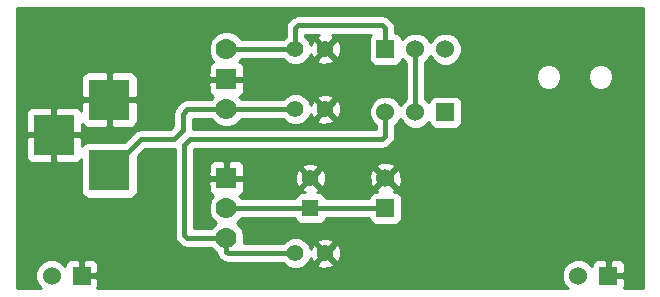
<source format=gbl>
G04 (created by PCBNEW-RS274X (2011-nov-30)-stable) date Mit 25 Apr 2012 20:51:04 CEST*
G01*
G70*
G90*
%MOIN*%
G04 Gerber Fmt 3.4, Leading zero omitted, Abs format*
%FSLAX34Y34*%
G04 APERTURE LIST*
%ADD10C,0.001000*%
%ADD11C,0.070000*%
%ADD12R,0.070000X0.070000*%
%ADD13R,0.060000X0.060000*%
%ADD14C,0.060000*%
%ADD15C,0.055000*%
%ADD16R,0.055000X0.055000*%
%ADD17R,0.137800X0.137800*%
%ADD18C,0.016000*%
%ADD19C,0.010000*%
G04 APERTURE END LIST*
G54D10*
G54D11*
X55300Y-38000D03*
X55300Y-37000D03*
G54D12*
X55300Y-36000D03*
G54D13*
X60600Y-31700D03*
G54D14*
X61600Y-31700D03*
X62600Y-31700D03*
G54D13*
X62600Y-33800D03*
G54D14*
X61600Y-33800D03*
X60600Y-33800D03*
G54D13*
X50469Y-39252D03*
G54D14*
X49469Y-39252D03*
G54D13*
X68028Y-39252D03*
G54D14*
X67028Y-39252D03*
G54D11*
X55300Y-33700D03*
G54D12*
X55300Y-32700D03*
G54D11*
X55300Y-31700D03*
G54D15*
X57600Y-33700D03*
X58600Y-33700D03*
X57600Y-38500D03*
X58600Y-38500D03*
X57600Y-31700D03*
X58600Y-31700D03*
G54D16*
X58100Y-37000D03*
G54D15*
X58100Y-36000D03*
G54D13*
X60600Y-37000D03*
G54D14*
X60600Y-36000D03*
G54D17*
X51400Y-35741D03*
X51400Y-33379D03*
X49550Y-34560D03*
G54D18*
X55300Y-37000D02*
X58100Y-37000D01*
X58100Y-37000D02*
X60600Y-37000D01*
X54100Y-34700D02*
X60500Y-34700D01*
X55300Y-38000D02*
X54000Y-38000D01*
X53900Y-37900D02*
X53900Y-34900D01*
X55300Y-38000D02*
X55300Y-38450D01*
X60500Y-34700D02*
X60600Y-34600D01*
X53900Y-34900D02*
X54100Y-34700D01*
X60600Y-34600D02*
X60600Y-33800D01*
X54000Y-38000D02*
X53900Y-37900D01*
X55350Y-38500D02*
X57600Y-38500D01*
X55300Y-38450D02*
X55350Y-38500D01*
X61600Y-31700D02*
X61600Y-33800D01*
X57700Y-30900D02*
X60500Y-30900D01*
X60600Y-31000D02*
X60600Y-31700D01*
X60500Y-30900D02*
X60600Y-31000D01*
X57600Y-31000D02*
X57700Y-30900D01*
X57600Y-31700D02*
X57600Y-31000D01*
X55300Y-31700D02*
X57600Y-31700D01*
X55300Y-33700D02*
X54000Y-33700D01*
X52441Y-34700D02*
X51400Y-35741D01*
X53550Y-34700D02*
X52441Y-34700D01*
X53850Y-34400D02*
X53550Y-34700D01*
X53850Y-33850D02*
X53850Y-34400D01*
X54000Y-33700D02*
X53850Y-33850D01*
X55300Y-33700D02*
X57600Y-33700D01*
G54D10*
G36*
X69175Y-39675D02*
X68546Y-39675D01*
X68577Y-39602D01*
X68577Y-39503D01*
X68578Y-39364D01*
X68578Y-39140D01*
X68577Y-39001D01*
X68577Y-38902D01*
X68539Y-38811D01*
X68469Y-38741D01*
X68377Y-38703D01*
X68191Y-38702D01*
X68191Y-32704D01*
X68191Y-32534D01*
X68126Y-32377D01*
X68007Y-32257D01*
X67850Y-32191D01*
X67680Y-32191D01*
X67523Y-32256D01*
X67403Y-32375D01*
X67337Y-32532D01*
X67337Y-32702D01*
X67402Y-32859D01*
X67521Y-32979D01*
X67678Y-33045D01*
X67848Y-33045D01*
X68005Y-32980D01*
X68125Y-32861D01*
X68191Y-32704D01*
X68191Y-38702D01*
X68140Y-38702D01*
X68078Y-38764D01*
X68078Y-39202D01*
X68516Y-39202D01*
X68578Y-39140D01*
X68578Y-39364D01*
X68516Y-39302D01*
X68128Y-39302D01*
X68078Y-39302D01*
X67978Y-39302D01*
X67978Y-39202D01*
X67978Y-39152D01*
X67978Y-38764D01*
X67916Y-38702D01*
X67679Y-38703D01*
X67587Y-38741D01*
X67517Y-38811D01*
X67479Y-38902D01*
X67479Y-38927D01*
X67339Y-38787D01*
X67137Y-38703D01*
X66919Y-38703D01*
X66717Y-38787D01*
X66563Y-38941D01*
X66479Y-39143D01*
X66479Y-39361D01*
X66563Y-39563D01*
X66675Y-39675D01*
X66459Y-39675D01*
X66459Y-32704D01*
X66459Y-32534D01*
X66394Y-32377D01*
X66275Y-32257D01*
X66118Y-32191D01*
X65948Y-32191D01*
X65791Y-32256D01*
X65671Y-32375D01*
X65605Y-32532D01*
X65605Y-32702D01*
X65670Y-32859D01*
X65789Y-32979D01*
X65946Y-33045D01*
X66116Y-33045D01*
X66273Y-32980D01*
X66393Y-32861D01*
X66459Y-32704D01*
X66459Y-39675D01*
X63149Y-39675D01*
X63149Y-34150D01*
X63149Y-34051D01*
X63149Y-33451D01*
X63111Y-33359D01*
X63041Y-33289D01*
X62950Y-33251D01*
X62851Y-33251D01*
X62251Y-33251D01*
X62159Y-33289D01*
X62089Y-33359D01*
X62051Y-33450D01*
X62051Y-33475D01*
X61930Y-33354D01*
X61930Y-32146D01*
X62065Y-32011D01*
X62100Y-31926D01*
X62135Y-32011D01*
X62289Y-32165D01*
X62491Y-32249D01*
X62709Y-32249D01*
X62911Y-32165D01*
X63065Y-32011D01*
X63149Y-31809D01*
X63149Y-31591D01*
X63065Y-31389D01*
X62911Y-31235D01*
X62709Y-31151D01*
X62491Y-31151D01*
X62289Y-31235D01*
X62135Y-31389D01*
X62100Y-31473D01*
X62065Y-31389D01*
X61911Y-31235D01*
X61709Y-31151D01*
X61491Y-31151D01*
X61289Y-31235D01*
X61149Y-31375D01*
X61149Y-31351D01*
X61111Y-31259D01*
X61041Y-31189D01*
X60950Y-31151D01*
X60930Y-31151D01*
X60930Y-31000D01*
X60905Y-30874D01*
X60904Y-30873D01*
X60880Y-30838D01*
X60833Y-30767D01*
X60833Y-30766D01*
X60733Y-30667D01*
X60627Y-30595D01*
X60500Y-30570D01*
X57700Y-30570D01*
X57574Y-30595D01*
X57538Y-30619D01*
X57466Y-30667D01*
X57367Y-30767D01*
X57295Y-30873D01*
X57270Y-31000D01*
X57270Y-31287D01*
X57187Y-31370D01*
X55811Y-31370D01*
X55808Y-31361D01*
X55639Y-31192D01*
X55419Y-31101D01*
X55181Y-31101D01*
X54961Y-31192D01*
X54792Y-31361D01*
X54701Y-31581D01*
X54701Y-31819D01*
X54792Y-32039D01*
X54867Y-32114D01*
X54809Y-32139D01*
X54739Y-32209D01*
X54701Y-32300D01*
X54701Y-32399D01*
X54700Y-32588D01*
X54762Y-32650D01*
X55200Y-32650D01*
X55250Y-32650D01*
X55350Y-32650D01*
X55400Y-32650D01*
X55838Y-32650D01*
X55900Y-32588D01*
X55899Y-32399D01*
X55899Y-32300D01*
X55861Y-32209D01*
X55791Y-32139D01*
X55732Y-32114D01*
X55808Y-32039D01*
X55811Y-32030D01*
X57187Y-32030D01*
X57302Y-32145D01*
X57495Y-32225D01*
X57704Y-32225D01*
X57897Y-32145D01*
X58045Y-31998D01*
X58103Y-31857D01*
X58148Y-31967D01*
X58239Y-31990D01*
X58529Y-31700D01*
X58239Y-31410D01*
X58148Y-31433D01*
X58106Y-31551D01*
X58045Y-31403D01*
X57930Y-31287D01*
X57930Y-31230D01*
X58377Y-31230D01*
X58333Y-31248D01*
X58310Y-31339D01*
X58600Y-31629D01*
X58890Y-31339D01*
X58867Y-31248D01*
X58815Y-31230D01*
X60118Y-31230D01*
X60089Y-31259D01*
X60051Y-31350D01*
X60051Y-31449D01*
X60051Y-32049D01*
X60089Y-32141D01*
X60159Y-32211D01*
X60250Y-32249D01*
X60349Y-32249D01*
X60949Y-32249D01*
X61041Y-32211D01*
X61111Y-32141D01*
X61149Y-32050D01*
X61149Y-32025D01*
X61270Y-32146D01*
X61270Y-33354D01*
X61135Y-33489D01*
X61100Y-33573D01*
X61065Y-33489D01*
X60911Y-33335D01*
X60709Y-33251D01*
X60491Y-33251D01*
X60289Y-33335D01*
X60135Y-33489D01*
X60051Y-33691D01*
X60051Y-33909D01*
X60135Y-34111D01*
X60270Y-34246D01*
X60270Y-34370D01*
X59119Y-34370D01*
X59119Y-33774D01*
X59119Y-31774D01*
X59108Y-31570D01*
X59052Y-31433D01*
X58961Y-31410D01*
X58671Y-31700D01*
X58961Y-31990D01*
X59052Y-31967D01*
X59119Y-31774D01*
X59119Y-33774D01*
X59108Y-33570D01*
X59052Y-33433D01*
X58961Y-33410D01*
X58890Y-33481D01*
X58890Y-33339D01*
X58890Y-32061D01*
X58600Y-31771D01*
X58310Y-32061D01*
X58333Y-32152D01*
X58526Y-32219D01*
X58730Y-32208D01*
X58867Y-32152D01*
X58890Y-32061D01*
X58890Y-33339D01*
X58867Y-33248D01*
X58674Y-33181D01*
X58470Y-33192D01*
X58333Y-33248D01*
X58310Y-33339D01*
X58600Y-33629D01*
X58890Y-33339D01*
X58890Y-33481D01*
X58671Y-33700D01*
X58961Y-33990D01*
X59052Y-33967D01*
X59119Y-33774D01*
X59119Y-34370D01*
X58890Y-34370D01*
X58890Y-34061D01*
X58600Y-33771D01*
X58310Y-34061D01*
X58333Y-34152D01*
X58526Y-34219D01*
X58730Y-34208D01*
X58867Y-34152D01*
X58890Y-34061D01*
X58890Y-34370D01*
X54180Y-34370D01*
X54180Y-34030D01*
X54788Y-34030D01*
X54792Y-34039D01*
X54961Y-34208D01*
X55181Y-34299D01*
X55419Y-34299D01*
X55639Y-34208D01*
X55808Y-34039D01*
X55811Y-34030D01*
X57187Y-34030D01*
X57302Y-34145D01*
X57495Y-34225D01*
X57704Y-34225D01*
X57897Y-34145D01*
X58045Y-33998D01*
X58103Y-33857D01*
X58148Y-33967D01*
X58239Y-33990D01*
X58529Y-33700D01*
X58239Y-33410D01*
X58148Y-33433D01*
X58106Y-33551D01*
X58045Y-33403D01*
X57898Y-33255D01*
X57705Y-33175D01*
X57496Y-33175D01*
X57303Y-33255D01*
X57187Y-33370D01*
X55811Y-33370D01*
X55808Y-33361D01*
X55732Y-33285D01*
X55791Y-33261D01*
X55861Y-33191D01*
X55899Y-33100D01*
X55899Y-33001D01*
X55900Y-32812D01*
X55838Y-32750D01*
X55400Y-32750D01*
X55350Y-32750D01*
X55250Y-32750D01*
X55200Y-32750D01*
X54762Y-32750D01*
X54700Y-32812D01*
X54701Y-33001D01*
X54701Y-33100D01*
X54739Y-33191D01*
X54809Y-33261D01*
X54867Y-33285D01*
X54792Y-33361D01*
X54788Y-33370D01*
X54000Y-33370D01*
X53894Y-33391D01*
X53873Y-33395D01*
X53767Y-33467D01*
X53617Y-33617D01*
X53545Y-33723D01*
X53520Y-33850D01*
X53520Y-34263D01*
X53413Y-34370D01*
X52441Y-34370D01*
X52339Y-34390D01*
X52339Y-33491D01*
X52339Y-33267D01*
X52338Y-32641D01*
X52300Y-32549D01*
X52230Y-32479D01*
X52139Y-32441D01*
X52040Y-32441D01*
X51512Y-32440D01*
X51450Y-32502D01*
X51450Y-33329D01*
X52277Y-33329D01*
X52339Y-33267D01*
X52339Y-33491D01*
X52277Y-33429D01*
X51450Y-33429D01*
X51450Y-34256D01*
X51512Y-34318D01*
X52040Y-34317D01*
X52139Y-34317D01*
X52230Y-34279D01*
X52300Y-34209D01*
X52338Y-34117D01*
X52339Y-33491D01*
X52339Y-34390D01*
X52335Y-34391D01*
X52314Y-34395D01*
X52208Y-34467D01*
X51872Y-34803D01*
X51350Y-34803D01*
X51350Y-34256D01*
X51350Y-33429D01*
X51350Y-33329D01*
X51350Y-32502D01*
X51288Y-32440D01*
X50760Y-32441D01*
X50661Y-32441D01*
X50570Y-32479D01*
X50500Y-32549D01*
X50462Y-32641D01*
X50461Y-33267D01*
X50523Y-33329D01*
X51350Y-33329D01*
X51350Y-33429D01*
X50523Y-33429D01*
X50461Y-33491D01*
X50461Y-33757D01*
X50450Y-33730D01*
X50380Y-33660D01*
X50289Y-33622D01*
X50190Y-33622D01*
X49662Y-33621D01*
X49600Y-33683D01*
X49600Y-34510D01*
X50427Y-34510D01*
X50489Y-34448D01*
X50488Y-34181D01*
X50500Y-34209D01*
X50570Y-34279D01*
X50661Y-34317D01*
X50760Y-34317D01*
X51288Y-34318D01*
X51350Y-34256D01*
X51350Y-34803D01*
X50662Y-34803D01*
X50570Y-34841D01*
X50500Y-34911D01*
X50488Y-34938D01*
X50489Y-34672D01*
X50427Y-34610D01*
X49600Y-34610D01*
X49600Y-35437D01*
X49662Y-35499D01*
X50190Y-35498D01*
X50289Y-35498D01*
X50380Y-35460D01*
X50450Y-35390D01*
X50462Y-35360D01*
X50462Y-36479D01*
X50500Y-36571D01*
X50570Y-36641D01*
X50661Y-36679D01*
X50760Y-36679D01*
X52138Y-36679D01*
X52230Y-36641D01*
X52300Y-36571D01*
X52338Y-36480D01*
X52338Y-36381D01*
X52338Y-35269D01*
X52577Y-35030D01*
X53550Y-35030D01*
X53570Y-35026D01*
X53570Y-37900D01*
X53595Y-38027D01*
X53667Y-38133D01*
X53766Y-38233D01*
X53767Y-38233D01*
X53838Y-38280D01*
X53873Y-38304D01*
X53874Y-38305D01*
X54000Y-38330D01*
X54788Y-38330D01*
X54792Y-38339D01*
X54961Y-38508D01*
X54983Y-38517D01*
X54995Y-38577D01*
X55067Y-38683D01*
X55116Y-38733D01*
X55117Y-38733D01*
X55188Y-38780D01*
X55223Y-38804D01*
X55224Y-38805D01*
X55349Y-38829D01*
X55350Y-38830D01*
X57187Y-38830D01*
X57302Y-38945D01*
X57495Y-39025D01*
X57704Y-39025D01*
X57897Y-38945D01*
X58045Y-38798D01*
X58103Y-38657D01*
X58148Y-38767D01*
X58239Y-38790D01*
X58529Y-38500D01*
X58239Y-38210D01*
X58148Y-38233D01*
X58106Y-38351D01*
X58045Y-38203D01*
X57898Y-38055D01*
X57705Y-37975D01*
X57496Y-37975D01*
X57303Y-38055D01*
X57187Y-38170D01*
X55877Y-38170D01*
X55899Y-38119D01*
X55899Y-37881D01*
X55808Y-37661D01*
X55647Y-37500D01*
X55808Y-37339D01*
X55811Y-37330D01*
X57578Y-37330D01*
X57614Y-37416D01*
X57684Y-37486D01*
X57775Y-37524D01*
X57874Y-37524D01*
X58424Y-37524D01*
X58516Y-37486D01*
X58586Y-37416D01*
X58621Y-37330D01*
X60051Y-37330D01*
X60051Y-37349D01*
X60089Y-37441D01*
X60159Y-37511D01*
X60250Y-37549D01*
X60349Y-37549D01*
X60949Y-37549D01*
X61041Y-37511D01*
X61111Y-37441D01*
X61149Y-37350D01*
X61149Y-37251D01*
X61149Y-36651D01*
X61143Y-36636D01*
X61143Y-36079D01*
X61132Y-35866D01*
X61072Y-35719D01*
X60978Y-35692D01*
X60908Y-35762D01*
X60908Y-35622D01*
X60881Y-35528D01*
X60679Y-35457D01*
X60466Y-35468D01*
X60319Y-35528D01*
X60292Y-35622D01*
X60600Y-35929D01*
X60908Y-35622D01*
X60908Y-35762D01*
X60671Y-36000D01*
X60978Y-36308D01*
X61072Y-36281D01*
X61143Y-36079D01*
X61143Y-36636D01*
X61111Y-36559D01*
X61041Y-36489D01*
X60950Y-36451D01*
X60887Y-36451D01*
X60908Y-36378D01*
X60600Y-36071D01*
X60529Y-36141D01*
X60529Y-36000D01*
X60222Y-35692D01*
X60128Y-35719D01*
X60057Y-35921D01*
X60068Y-36134D01*
X60128Y-36281D01*
X60222Y-36308D01*
X60529Y-36000D01*
X60529Y-36141D01*
X60292Y-36378D01*
X60312Y-36451D01*
X60251Y-36451D01*
X60159Y-36489D01*
X60089Y-36559D01*
X60051Y-36650D01*
X60051Y-36670D01*
X58621Y-36670D01*
X58619Y-36665D01*
X58619Y-36074D01*
X58608Y-35870D01*
X58552Y-35733D01*
X58461Y-35710D01*
X58390Y-35781D01*
X58390Y-35639D01*
X58367Y-35548D01*
X58174Y-35481D01*
X57970Y-35492D01*
X57833Y-35548D01*
X57810Y-35639D01*
X58100Y-35929D01*
X58390Y-35639D01*
X58390Y-35781D01*
X58171Y-36000D01*
X58461Y-36290D01*
X58552Y-36267D01*
X58619Y-36074D01*
X58619Y-36665D01*
X58586Y-36584D01*
X58516Y-36514D01*
X58425Y-36476D01*
X58326Y-36476D01*
X58308Y-36476D01*
X58367Y-36452D01*
X58390Y-36361D01*
X58100Y-36071D01*
X58029Y-36142D01*
X58029Y-36000D01*
X57739Y-35710D01*
X57648Y-35733D01*
X57581Y-35926D01*
X57592Y-36130D01*
X57648Y-36267D01*
X57739Y-36290D01*
X58029Y-36000D01*
X58029Y-36142D01*
X57810Y-36361D01*
X57833Y-36452D01*
X57902Y-36476D01*
X57776Y-36476D01*
X57684Y-36514D01*
X57614Y-36584D01*
X57578Y-36670D01*
X55811Y-36670D01*
X55808Y-36661D01*
X55732Y-36585D01*
X55791Y-36561D01*
X55861Y-36491D01*
X55899Y-36400D01*
X55899Y-36301D01*
X55900Y-36112D01*
X55900Y-35888D01*
X55899Y-35699D01*
X55899Y-35600D01*
X55861Y-35509D01*
X55791Y-35439D01*
X55699Y-35401D01*
X55412Y-35400D01*
X55350Y-35462D01*
X55350Y-35950D01*
X55838Y-35950D01*
X55900Y-35888D01*
X55900Y-36112D01*
X55838Y-36050D01*
X55400Y-36050D01*
X55350Y-36050D01*
X55250Y-36050D01*
X55250Y-35950D01*
X55250Y-35462D01*
X55188Y-35400D01*
X54901Y-35401D01*
X54809Y-35439D01*
X54739Y-35509D01*
X54701Y-35600D01*
X54701Y-35699D01*
X54700Y-35888D01*
X54762Y-35950D01*
X55250Y-35950D01*
X55250Y-36050D01*
X55200Y-36050D01*
X54762Y-36050D01*
X54700Y-36112D01*
X54701Y-36301D01*
X54701Y-36400D01*
X54739Y-36491D01*
X54809Y-36561D01*
X54867Y-36585D01*
X54792Y-36661D01*
X54701Y-36881D01*
X54701Y-37119D01*
X54792Y-37339D01*
X54953Y-37500D01*
X54792Y-37661D01*
X54788Y-37670D01*
X54230Y-37670D01*
X54230Y-35036D01*
X54236Y-35030D01*
X60500Y-35030D01*
X60626Y-35005D01*
X60627Y-35005D01*
X60733Y-34933D01*
X60833Y-34834D01*
X60833Y-34833D01*
X60880Y-34762D01*
X60904Y-34727D01*
X60905Y-34726D01*
X60929Y-34600D01*
X60930Y-34600D01*
X60930Y-34246D01*
X61065Y-34111D01*
X61100Y-34026D01*
X61135Y-34111D01*
X61289Y-34265D01*
X61491Y-34349D01*
X61709Y-34349D01*
X61911Y-34265D01*
X62051Y-34125D01*
X62051Y-34149D01*
X62089Y-34241D01*
X62159Y-34311D01*
X62250Y-34349D01*
X62349Y-34349D01*
X62949Y-34349D01*
X63041Y-34311D01*
X63111Y-34241D01*
X63149Y-34150D01*
X63149Y-39675D01*
X59119Y-39675D01*
X59119Y-38574D01*
X59108Y-38370D01*
X59052Y-38233D01*
X58961Y-38210D01*
X58890Y-38281D01*
X58890Y-38139D01*
X58867Y-38048D01*
X58674Y-37981D01*
X58470Y-37992D01*
X58333Y-38048D01*
X58310Y-38139D01*
X58600Y-38429D01*
X58890Y-38139D01*
X58890Y-38281D01*
X58671Y-38500D01*
X58961Y-38790D01*
X59052Y-38767D01*
X59119Y-38574D01*
X59119Y-39675D01*
X58890Y-39675D01*
X58890Y-38861D01*
X58600Y-38571D01*
X58310Y-38861D01*
X58333Y-38952D01*
X58526Y-39019D01*
X58730Y-39008D01*
X58867Y-38952D01*
X58890Y-38861D01*
X58890Y-39675D01*
X50987Y-39675D01*
X51018Y-39602D01*
X51018Y-39503D01*
X51019Y-39364D01*
X51019Y-39140D01*
X51018Y-39001D01*
X51018Y-38902D01*
X50980Y-38811D01*
X50910Y-38741D01*
X50818Y-38703D01*
X50581Y-38702D01*
X50519Y-38764D01*
X50519Y-39202D01*
X50957Y-39202D01*
X51019Y-39140D01*
X51019Y-39364D01*
X50957Y-39302D01*
X50569Y-39302D01*
X50519Y-39302D01*
X50419Y-39302D01*
X50419Y-39202D01*
X50419Y-39152D01*
X50419Y-38764D01*
X50357Y-38702D01*
X50120Y-38703D01*
X50028Y-38741D01*
X49958Y-38811D01*
X49920Y-38902D01*
X49920Y-38927D01*
X49780Y-38787D01*
X49578Y-38703D01*
X49500Y-38703D01*
X49500Y-35437D01*
X49500Y-34610D01*
X49500Y-34510D01*
X49500Y-33683D01*
X49438Y-33621D01*
X48910Y-33622D01*
X48811Y-33622D01*
X48720Y-33660D01*
X48650Y-33730D01*
X48612Y-33822D01*
X48611Y-34448D01*
X48673Y-34510D01*
X49500Y-34510D01*
X49500Y-34610D01*
X48673Y-34610D01*
X48611Y-34672D01*
X48612Y-35298D01*
X48650Y-35390D01*
X48720Y-35460D01*
X48811Y-35498D01*
X48910Y-35498D01*
X49438Y-35499D01*
X49500Y-35437D01*
X49500Y-38703D01*
X49360Y-38703D01*
X49158Y-38787D01*
X49004Y-38941D01*
X48920Y-39143D01*
X48920Y-39361D01*
X49004Y-39563D01*
X49116Y-39675D01*
X48325Y-39675D01*
X48325Y-30325D01*
X69175Y-30325D01*
X69175Y-39675D01*
X69175Y-39675D01*
G37*
G54D19*
X69175Y-39675D02*
X68546Y-39675D01*
X68577Y-39602D01*
X68577Y-39503D01*
X68578Y-39364D01*
X68578Y-39140D01*
X68577Y-39001D01*
X68577Y-38902D01*
X68539Y-38811D01*
X68469Y-38741D01*
X68377Y-38703D01*
X68191Y-38702D01*
X68191Y-32704D01*
X68191Y-32534D01*
X68126Y-32377D01*
X68007Y-32257D01*
X67850Y-32191D01*
X67680Y-32191D01*
X67523Y-32256D01*
X67403Y-32375D01*
X67337Y-32532D01*
X67337Y-32702D01*
X67402Y-32859D01*
X67521Y-32979D01*
X67678Y-33045D01*
X67848Y-33045D01*
X68005Y-32980D01*
X68125Y-32861D01*
X68191Y-32704D01*
X68191Y-38702D01*
X68140Y-38702D01*
X68078Y-38764D01*
X68078Y-39202D01*
X68516Y-39202D01*
X68578Y-39140D01*
X68578Y-39364D01*
X68516Y-39302D01*
X68128Y-39302D01*
X68078Y-39302D01*
X67978Y-39302D01*
X67978Y-39202D01*
X67978Y-39152D01*
X67978Y-38764D01*
X67916Y-38702D01*
X67679Y-38703D01*
X67587Y-38741D01*
X67517Y-38811D01*
X67479Y-38902D01*
X67479Y-38927D01*
X67339Y-38787D01*
X67137Y-38703D01*
X66919Y-38703D01*
X66717Y-38787D01*
X66563Y-38941D01*
X66479Y-39143D01*
X66479Y-39361D01*
X66563Y-39563D01*
X66675Y-39675D01*
X66459Y-39675D01*
X66459Y-32704D01*
X66459Y-32534D01*
X66394Y-32377D01*
X66275Y-32257D01*
X66118Y-32191D01*
X65948Y-32191D01*
X65791Y-32256D01*
X65671Y-32375D01*
X65605Y-32532D01*
X65605Y-32702D01*
X65670Y-32859D01*
X65789Y-32979D01*
X65946Y-33045D01*
X66116Y-33045D01*
X66273Y-32980D01*
X66393Y-32861D01*
X66459Y-32704D01*
X66459Y-39675D01*
X63149Y-39675D01*
X63149Y-34150D01*
X63149Y-34051D01*
X63149Y-33451D01*
X63111Y-33359D01*
X63041Y-33289D01*
X62950Y-33251D01*
X62851Y-33251D01*
X62251Y-33251D01*
X62159Y-33289D01*
X62089Y-33359D01*
X62051Y-33450D01*
X62051Y-33475D01*
X61930Y-33354D01*
X61930Y-32146D01*
X62065Y-32011D01*
X62100Y-31926D01*
X62135Y-32011D01*
X62289Y-32165D01*
X62491Y-32249D01*
X62709Y-32249D01*
X62911Y-32165D01*
X63065Y-32011D01*
X63149Y-31809D01*
X63149Y-31591D01*
X63065Y-31389D01*
X62911Y-31235D01*
X62709Y-31151D01*
X62491Y-31151D01*
X62289Y-31235D01*
X62135Y-31389D01*
X62100Y-31473D01*
X62065Y-31389D01*
X61911Y-31235D01*
X61709Y-31151D01*
X61491Y-31151D01*
X61289Y-31235D01*
X61149Y-31375D01*
X61149Y-31351D01*
X61111Y-31259D01*
X61041Y-31189D01*
X60950Y-31151D01*
X60930Y-31151D01*
X60930Y-31000D01*
X60905Y-30874D01*
X60904Y-30873D01*
X60880Y-30838D01*
X60833Y-30767D01*
X60833Y-30766D01*
X60733Y-30667D01*
X60627Y-30595D01*
X60500Y-30570D01*
X57700Y-30570D01*
X57574Y-30595D01*
X57538Y-30619D01*
X57466Y-30667D01*
X57367Y-30767D01*
X57295Y-30873D01*
X57270Y-31000D01*
X57270Y-31287D01*
X57187Y-31370D01*
X55811Y-31370D01*
X55808Y-31361D01*
X55639Y-31192D01*
X55419Y-31101D01*
X55181Y-31101D01*
X54961Y-31192D01*
X54792Y-31361D01*
X54701Y-31581D01*
X54701Y-31819D01*
X54792Y-32039D01*
X54867Y-32114D01*
X54809Y-32139D01*
X54739Y-32209D01*
X54701Y-32300D01*
X54701Y-32399D01*
X54700Y-32588D01*
X54762Y-32650D01*
X55200Y-32650D01*
X55250Y-32650D01*
X55350Y-32650D01*
X55400Y-32650D01*
X55838Y-32650D01*
X55900Y-32588D01*
X55899Y-32399D01*
X55899Y-32300D01*
X55861Y-32209D01*
X55791Y-32139D01*
X55732Y-32114D01*
X55808Y-32039D01*
X55811Y-32030D01*
X57187Y-32030D01*
X57302Y-32145D01*
X57495Y-32225D01*
X57704Y-32225D01*
X57897Y-32145D01*
X58045Y-31998D01*
X58103Y-31857D01*
X58148Y-31967D01*
X58239Y-31990D01*
X58529Y-31700D01*
X58239Y-31410D01*
X58148Y-31433D01*
X58106Y-31551D01*
X58045Y-31403D01*
X57930Y-31287D01*
X57930Y-31230D01*
X58377Y-31230D01*
X58333Y-31248D01*
X58310Y-31339D01*
X58600Y-31629D01*
X58890Y-31339D01*
X58867Y-31248D01*
X58815Y-31230D01*
X60118Y-31230D01*
X60089Y-31259D01*
X60051Y-31350D01*
X60051Y-31449D01*
X60051Y-32049D01*
X60089Y-32141D01*
X60159Y-32211D01*
X60250Y-32249D01*
X60349Y-32249D01*
X60949Y-32249D01*
X61041Y-32211D01*
X61111Y-32141D01*
X61149Y-32050D01*
X61149Y-32025D01*
X61270Y-32146D01*
X61270Y-33354D01*
X61135Y-33489D01*
X61100Y-33573D01*
X61065Y-33489D01*
X60911Y-33335D01*
X60709Y-33251D01*
X60491Y-33251D01*
X60289Y-33335D01*
X60135Y-33489D01*
X60051Y-33691D01*
X60051Y-33909D01*
X60135Y-34111D01*
X60270Y-34246D01*
X60270Y-34370D01*
X59119Y-34370D01*
X59119Y-33774D01*
X59119Y-31774D01*
X59108Y-31570D01*
X59052Y-31433D01*
X58961Y-31410D01*
X58671Y-31700D01*
X58961Y-31990D01*
X59052Y-31967D01*
X59119Y-31774D01*
X59119Y-33774D01*
X59108Y-33570D01*
X59052Y-33433D01*
X58961Y-33410D01*
X58890Y-33481D01*
X58890Y-33339D01*
X58890Y-32061D01*
X58600Y-31771D01*
X58310Y-32061D01*
X58333Y-32152D01*
X58526Y-32219D01*
X58730Y-32208D01*
X58867Y-32152D01*
X58890Y-32061D01*
X58890Y-33339D01*
X58867Y-33248D01*
X58674Y-33181D01*
X58470Y-33192D01*
X58333Y-33248D01*
X58310Y-33339D01*
X58600Y-33629D01*
X58890Y-33339D01*
X58890Y-33481D01*
X58671Y-33700D01*
X58961Y-33990D01*
X59052Y-33967D01*
X59119Y-33774D01*
X59119Y-34370D01*
X58890Y-34370D01*
X58890Y-34061D01*
X58600Y-33771D01*
X58310Y-34061D01*
X58333Y-34152D01*
X58526Y-34219D01*
X58730Y-34208D01*
X58867Y-34152D01*
X58890Y-34061D01*
X58890Y-34370D01*
X54180Y-34370D01*
X54180Y-34030D01*
X54788Y-34030D01*
X54792Y-34039D01*
X54961Y-34208D01*
X55181Y-34299D01*
X55419Y-34299D01*
X55639Y-34208D01*
X55808Y-34039D01*
X55811Y-34030D01*
X57187Y-34030D01*
X57302Y-34145D01*
X57495Y-34225D01*
X57704Y-34225D01*
X57897Y-34145D01*
X58045Y-33998D01*
X58103Y-33857D01*
X58148Y-33967D01*
X58239Y-33990D01*
X58529Y-33700D01*
X58239Y-33410D01*
X58148Y-33433D01*
X58106Y-33551D01*
X58045Y-33403D01*
X57898Y-33255D01*
X57705Y-33175D01*
X57496Y-33175D01*
X57303Y-33255D01*
X57187Y-33370D01*
X55811Y-33370D01*
X55808Y-33361D01*
X55732Y-33285D01*
X55791Y-33261D01*
X55861Y-33191D01*
X55899Y-33100D01*
X55899Y-33001D01*
X55900Y-32812D01*
X55838Y-32750D01*
X55400Y-32750D01*
X55350Y-32750D01*
X55250Y-32750D01*
X55200Y-32750D01*
X54762Y-32750D01*
X54700Y-32812D01*
X54701Y-33001D01*
X54701Y-33100D01*
X54739Y-33191D01*
X54809Y-33261D01*
X54867Y-33285D01*
X54792Y-33361D01*
X54788Y-33370D01*
X54000Y-33370D01*
X53894Y-33391D01*
X53873Y-33395D01*
X53767Y-33467D01*
X53617Y-33617D01*
X53545Y-33723D01*
X53520Y-33850D01*
X53520Y-34263D01*
X53413Y-34370D01*
X52441Y-34370D01*
X52339Y-34390D01*
X52339Y-33491D01*
X52339Y-33267D01*
X52338Y-32641D01*
X52300Y-32549D01*
X52230Y-32479D01*
X52139Y-32441D01*
X52040Y-32441D01*
X51512Y-32440D01*
X51450Y-32502D01*
X51450Y-33329D01*
X52277Y-33329D01*
X52339Y-33267D01*
X52339Y-33491D01*
X52277Y-33429D01*
X51450Y-33429D01*
X51450Y-34256D01*
X51512Y-34318D01*
X52040Y-34317D01*
X52139Y-34317D01*
X52230Y-34279D01*
X52300Y-34209D01*
X52338Y-34117D01*
X52339Y-33491D01*
X52339Y-34390D01*
X52335Y-34391D01*
X52314Y-34395D01*
X52208Y-34467D01*
X51872Y-34803D01*
X51350Y-34803D01*
X51350Y-34256D01*
X51350Y-33429D01*
X51350Y-33329D01*
X51350Y-32502D01*
X51288Y-32440D01*
X50760Y-32441D01*
X50661Y-32441D01*
X50570Y-32479D01*
X50500Y-32549D01*
X50462Y-32641D01*
X50461Y-33267D01*
X50523Y-33329D01*
X51350Y-33329D01*
X51350Y-33429D01*
X50523Y-33429D01*
X50461Y-33491D01*
X50461Y-33757D01*
X50450Y-33730D01*
X50380Y-33660D01*
X50289Y-33622D01*
X50190Y-33622D01*
X49662Y-33621D01*
X49600Y-33683D01*
X49600Y-34510D01*
X50427Y-34510D01*
X50489Y-34448D01*
X50488Y-34181D01*
X50500Y-34209D01*
X50570Y-34279D01*
X50661Y-34317D01*
X50760Y-34317D01*
X51288Y-34318D01*
X51350Y-34256D01*
X51350Y-34803D01*
X50662Y-34803D01*
X50570Y-34841D01*
X50500Y-34911D01*
X50488Y-34938D01*
X50489Y-34672D01*
X50427Y-34610D01*
X49600Y-34610D01*
X49600Y-35437D01*
X49662Y-35499D01*
X50190Y-35498D01*
X50289Y-35498D01*
X50380Y-35460D01*
X50450Y-35390D01*
X50462Y-35360D01*
X50462Y-36479D01*
X50500Y-36571D01*
X50570Y-36641D01*
X50661Y-36679D01*
X50760Y-36679D01*
X52138Y-36679D01*
X52230Y-36641D01*
X52300Y-36571D01*
X52338Y-36480D01*
X52338Y-36381D01*
X52338Y-35269D01*
X52577Y-35030D01*
X53550Y-35030D01*
X53570Y-35026D01*
X53570Y-37900D01*
X53595Y-38027D01*
X53667Y-38133D01*
X53766Y-38233D01*
X53767Y-38233D01*
X53838Y-38280D01*
X53873Y-38304D01*
X53874Y-38305D01*
X54000Y-38330D01*
X54788Y-38330D01*
X54792Y-38339D01*
X54961Y-38508D01*
X54983Y-38517D01*
X54995Y-38577D01*
X55067Y-38683D01*
X55116Y-38733D01*
X55117Y-38733D01*
X55188Y-38780D01*
X55223Y-38804D01*
X55224Y-38805D01*
X55349Y-38829D01*
X55350Y-38830D01*
X57187Y-38830D01*
X57302Y-38945D01*
X57495Y-39025D01*
X57704Y-39025D01*
X57897Y-38945D01*
X58045Y-38798D01*
X58103Y-38657D01*
X58148Y-38767D01*
X58239Y-38790D01*
X58529Y-38500D01*
X58239Y-38210D01*
X58148Y-38233D01*
X58106Y-38351D01*
X58045Y-38203D01*
X57898Y-38055D01*
X57705Y-37975D01*
X57496Y-37975D01*
X57303Y-38055D01*
X57187Y-38170D01*
X55877Y-38170D01*
X55899Y-38119D01*
X55899Y-37881D01*
X55808Y-37661D01*
X55647Y-37500D01*
X55808Y-37339D01*
X55811Y-37330D01*
X57578Y-37330D01*
X57614Y-37416D01*
X57684Y-37486D01*
X57775Y-37524D01*
X57874Y-37524D01*
X58424Y-37524D01*
X58516Y-37486D01*
X58586Y-37416D01*
X58621Y-37330D01*
X60051Y-37330D01*
X60051Y-37349D01*
X60089Y-37441D01*
X60159Y-37511D01*
X60250Y-37549D01*
X60349Y-37549D01*
X60949Y-37549D01*
X61041Y-37511D01*
X61111Y-37441D01*
X61149Y-37350D01*
X61149Y-37251D01*
X61149Y-36651D01*
X61143Y-36636D01*
X61143Y-36079D01*
X61132Y-35866D01*
X61072Y-35719D01*
X60978Y-35692D01*
X60908Y-35762D01*
X60908Y-35622D01*
X60881Y-35528D01*
X60679Y-35457D01*
X60466Y-35468D01*
X60319Y-35528D01*
X60292Y-35622D01*
X60600Y-35929D01*
X60908Y-35622D01*
X60908Y-35762D01*
X60671Y-36000D01*
X60978Y-36308D01*
X61072Y-36281D01*
X61143Y-36079D01*
X61143Y-36636D01*
X61111Y-36559D01*
X61041Y-36489D01*
X60950Y-36451D01*
X60887Y-36451D01*
X60908Y-36378D01*
X60600Y-36071D01*
X60529Y-36141D01*
X60529Y-36000D01*
X60222Y-35692D01*
X60128Y-35719D01*
X60057Y-35921D01*
X60068Y-36134D01*
X60128Y-36281D01*
X60222Y-36308D01*
X60529Y-36000D01*
X60529Y-36141D01*
X60292Y-36378D01*
X60312Y-36451D01*
X60251Y-36451D01*
X60159Y-36489D01*
X60089Y-36559D01*
X60051Y-36650D01*
X60051Y-36670D01*
X58621Y-36670D01*
X58619Y-36665D01*
X58619Y-36074D01*
X58608Y-35870D01*
X58552Y-35733D01*
X58461Y-35710D01*
X58390Y-35781D01*
X58390Y-35639D01*
X58367Y-35548D01*
X58174Y-35481D01*
X57970Y-35492D01*
X57833Y-35548D01*
X57810Y-35639D01*
X58100Y-35929D01*
X58390Y-35639D01*
X58390Y-35781D01*
X58171Y-36000D01*
X58461Y-36290D01*
X58552Y-36267D01*
X58619Y-36074D01*
X58619Y-36665D01*
X58586Y-36584D01*
X58516Y-36514D01*
X58425Y-36476D01*
X58326Y-36476D01*
X58308Y-36476D01*
X58367Y-36452D01*
X58390Y-36361D01*
X58100Y-36071D01*
X58029Y-36142D01*
X58029Y-36000D01*
X57739Y-35710D01*
X57648Y-35733D01*
X57581Y-35926D01*
X57592Y-36130D01*
X57648Y-36267D01*
X57739Y-36290D01*
X58029Y-36000D01*
X58029Y-36142D01*
X57810Y-36361D01*
X57833Y-36452D01*
X57902Y-36476D01*
X57776Y-36476D01*
X57684Y-36514D01*
X57614Y-36584D01*
X57578Y-36670D01*
X55811Y-36670D01*
X55808Y-36661D01*
X55732Y-36585D01*
X55791Y-36561D01*
X55861Y-36491D01*
X55899Y-36400D01*
X55899Y-36301D01*
X55900Y-36112D01*
X55900Y-35888D01*
X55899Y-35699D01*
X55899Y-35600D01*
X55861Y-35509D01*
X55791Y-35439D01*
X55699Y-35401D01*
X55412Y-35400D01*
X55350Y-35462D01*
X55350Y-35950D01*
X55838Y-35950D01*
X55900Y-35888D01*
X55900Y-36112D01*
X55838Y-36050D01*
X55400Y-36050D01*
X55350Y-36050D01*
X55250Y-36050D01*
X55250Y-35950D01*
X55250Y-35462D01*
X55188Y-35400D01*
X54901Y-35401D01*
X54809Y-35439D01*
X54739Y-35509D01*
X54701Y-35600D01*
X54701Y-35699D01*
X54700Y-35888D01*
X54762Y-35950D01*
X55250Y-35950D01*
X55250Y-36050D01*
X55200Y-36050D01*
X54762Y-36050D01*
X54700Y-36112D01*
X54701Y-36301D01*
X54701Y-36400D01*
X54739Y-36491D01*
X54809Y-36561D01*
X54867Y-36585D01*
X54792Y-36661D01*
X54701Y-36881D01*
X54701Y-37119D01*
X54792Y-37339D01*
X54953Y-37500D01*
X54792Y-37661D01*
X54788Y-37670D01*
X54230Y-37670D01*
X54230Y-35036D01*
X54236Y-35030D01*
X60500Y-35030D01*
X60626Y-35005D01*
X60627Y-35005D01*
X60733Y-34933D01*
X60833Y-34834D01*
X60833Y-34833D01*
X60880Y-34762D01*
X60904Y-34727D01*
X60905Y-34726D01*
X60929Y-34600D01*
X60930Y-34600D01*
X60930Y-34246D01*
X61065Y-34111D01*
X61100Y-34026D01*
X61135Y-34111D01*
X61289Y-34265D01*
X61491Y-34349D01*
X61709Y-34349D01*
X61911Y-34265D01*
X62051Y-34125D01*
X62051Y-34149D01*
X62089Y-34241D01*
X62159Y-34311D01*
X62250Y-34349D01*
X62349Y-34349D01*
X62949Y-34349D01*
X63041Y-34311D01*
X63111Y-34241D01*
X63149Y-34150D01*
X63149Y-39675D01*
X59119Y-39675D01*
X59119Y-38574D01*
X59108Y-38370D01*
X59052Y-38233D01*
X58961Y-38210D01*
X58890Y-38281D01*
X58890Y-38139D01*
X58867Y-38048D01*
X58674Y-37981D01*
X58470Y-37992D01*
X58333Y-38048D01*
X58310Y-38139D01*
X58600Y-38429D01*
X58890Y-38139D01*
X58890Y-38281D01*
X58671Y-38500D01*
X58961Y-38790D01*
X59052Y-38767D01*
X59119Y-38574D01*
X59119Y-39675D01*
X58890Y-39675D01*
X58890Y-38861D01*
X58600Y-38571D01*
X58310Y-38861D01*
X58333Y-38952D01*
X58526Y-39019D01*
X58730Y-39008D01*
X58867Y-38952D01*
X58890Y-38861D01*
X58890Y-39675D01*
X50987Y-39675D01*
X51018Y-39602D01*
X51018Y-39503D01*
X51019Y-39364D01*
X51019Y-39140D01*
X51018Y-39001D01*
X51018Y-38902D01*
X50980Y-38811D01*
X50910Y-38741D01*
X50818Y-38703D01*
X50581Y-38702D01*
X50519Y-38764D01*
X50519Y-39202D01*
X50957Y-39202D01*
X51019Y-39140D01*
X51019Y-39364D01*
X50957Y-39302D01*
X50569Y-39302D01*
X50519Y-39302D01*
X50419Y-39302D01*
X50419Y-39202D01*
X50419Y-39152D01*
X50419Y-38764D01*
X50357Y-38702D01*
X50120Y-38703D01*
X50028Y-38741D01*
X49958Y-38811D01*
X49920Y-38902D01*
X49920Y-38927D01*
X49780Y-38787D01*
X49578Y-38703D01*
X49500Y-38703D01*
X49500Y-35437D01*
X49500Y-34610D01*
X49500Y-34510D01*
X49500Y-33683D01*
X49438Y-33621D01*
X48910Y-33622D01*
X48811Y-33622D01*
X48720Y-33660D01*
X48650Y-33730D01*
X48612Y-33822D01*
X48611Y-34448D01*
X48673Y-34510D01*
X49500Y-34510D01*
X49500Y-34610D01*
X48673Y-34610D01*
X48611Y-34672D01*
X48612Y-35298D01*
X48650Y-35390D01*
X48720Y-35460D01*
X48811Y-35498D01*
X48910Y-35498D01*
X49438Y-35499D01*
X49500Y-35437D01*
X49500Y-38703D01*
X49360Y-38703D01*
X49158Y-38787D01*
X49004Y-38941D01*
X48920Y-39143D01*
X48920Y-39361D01*
X49004Y-39563D01*
X49116Y-39675D01*
X48325Y-39675D01*
X48325Y-30325D01*
X69175Y-30325D01*
X69175Y-39675D01*
M02*

</source>
